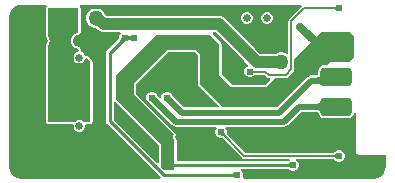
<source format=gbl>
G04*
G04 #@! TF.GenerationSoftware,Altium Limited,Altium Designer,22.3.1 (43)*
G04*
G04 Layer_Physical_Order=2*
G04 Layer_Color=15428901*
%FSLAX25Y25*%
%MOIN*%
G70*
G04*
G04 #@! TF.SameCoordinates,9C32C5B8-EF8F-45BB-929C-AB9431649599*
G04*
G04*
G04 #@! TF.FilePolarity,Positive*
G04*
G01*
G75*
%ADD10C,0.01000*%
%ADD17C,0.00600*%
G04:AMPARAMS|DCode=29|XSize=62.99mil|YSize=106.3mil|CornerRadius=15.75mil|HoleSize=0mil|Usage=FLASHONLY|Rotation=270.000|XOffset=0mil|YOffset=0mil|HoleType=Round|Shape=RoundedRectangle|*
%AMROUNDEDRECTD29*
21,1,0.06299,0.07480,0,0,270.0*
21,1,0.03150,0.10630,0,0,270.0*
1,1,0.03150,-0.03740,-0.01575*
1,1,0.03150,-0.03740,0.01575*
1,1,0.03150,0.03740,0.01575*
1,1,0.03150,0.03740,-0.01575*
%
%ADD29ROUNDEDRECTD29*%
%ADD52C,0.04000*%
%ADD53C,0.02500*%
%ADD54C,0.02000*%
%ADD58C,0.02559*%
%ADD59O,0.06299X0.03937*%
%ADD60O,0.08268X0.03937*%
%ADD61C,0.02400*%
%ADD62C,0.05000*%
G36*
X110143Y56960D02*
X110038Y57063D01*
X109828Y57235D01*
X109725Y57306D01*
X109622Y57365D01*
X109520Y57414D01*
X109418Y57451D01*
X109318Y57478D01*
X109218Y57495D01*
X109118Y57500D01*
Y58100D01*
X109218Y58105D01*
X109318Y58122D01*
X109418Y58149D01*
X109520Y58186D01*
X109622Y58235D01*
X109725Y58294D01*
X109828Y58365D01*
X109933Y58446D01*
X110038Y58537D01*
X110143Y58640D01*
Y56960D01*
D02*
G37*
G36*
X41643Y47160D02*
X41574Y47225D01*
X41498Y47282D01*
X41417Y47333D01*
X41330Y47378D01*
X41238Y47415D01*
X41140Y47446D01*
X41036Y47469D01*
X41000Y47475D01*
X40964Y47469D01*
X40860Y47446D01*
X40762Y47415D01*
X40670Y47378D01*
X40583Y47333D01*
X40502Y47282D01*
X40426Y47225D01*
X40357Y47160D01*
Y48840D01*
X40426Y48775D01*
X40502Y48718D01*
X40583Y48667D01*
X40670Y48622D01*
X40762Y48585D01*
X40860Y48554D01*
X40964Y48531D01*
X41000Y48525D01*
X41036Y48531D01*
X41140Y48554D01*
X41238Y48585D01*
X41330Y48622D01*
X41417Y48667D01*
X41498Y48718D01*
X41574Y48775D01*
X41643Y48840D01*
Y47160D01*
D02*
G37*
G36*
X39488Y46800D02*
X39393Y46797D01*
X39299Y46784D01*
X39206Y46763D01*
X39113Y46733D01*
X39021Y46694D01*
X38930Y46646D01*
X38840Y46589D01*
X38750Y46524D01*
X38661Y46449D01*
X38573Y46366D01*
X37866Y47073D01*
X37949Y47161D01*
X38024Y47250D01*
X38089Y47340D01*
X38146Y47430D01*
X38194Y47521D01*
X38233Y47613D01*
X38263Y47706D01*
X38284Y47799D01*
X38297Y47893D01*
X38300Y47988D01*
X39488Y46800D01*
D02*
G37*
G36*
X5000Y58980D02*
X13307D01*
X13451Y58617D01*
X13479Y58480D01*
X13341Y58273D01*
X13286Y58000D01*
Y48492D01*
X13305Y48400D01*
X13311Y48307D01*
X13331Y48265D01*
X13341Y48219D01*
X13393Y48141D01*
X13434Y48057D01*
X13467Y48013D01*
X13664Y47538D01*
X13732Y47028D01*
X13664Y46517D01*
X13467Y46042D01*
X13434Y45998D01*
X13393Y45914D01*
X13341Y45837D01*
X13331Y45790D01*
X13311Y45748D01*
X13305Y45655D01*
X13286Y45564D01*
Y20000D01*
X13341Y19727D01*
X13495Y19495D01*
X13727Y19341D01*
X14000Y19286D01*
X22198D01*
X22379Y19016D01*
Y18228D01*
X22680Y17501D01*
X23237Y16944D01*
X23965Y16643D01*
X24752D01*
X25480Y16944D01*
X26036Y17501D01*
X26338Y18228D01*
Y19016D01*
X26518Y19286D01*
X28000D01*
X28273Y19341D01*
X28505Y19495D01*
X28659Y19727D01*
X28714Y20000D01*
Y40000D01*
X28659Y40273D01*
X28505Y40505D01*
X27304Y41705D01*
X27073Y41860D01*
X26800Y41914D01*
X26527Y41860D01*
X26255Y41972D01*
X26036Y42499D01*
X25480Y43056D01*
X24953Y43274D01*
X24840Y43546D01*
X24894Y43819D01*
X24840Y44093D01*
X24714Y44282D01*
Y44357D01*
X24696Y44449D01*
X24689Y44542D01*
X24669Y44584D01*
X24659Y44630D01*
X24608Y44708D01*
X24566Y44792D01*
X24531Y44823D01*
X24505Y44862D01*
X24427Y44914D01*
X24357Y44975D01*
X24312Y44991D01*
X24273Y45017D01*
X24182Y45035D01*
X24093Y45065D01*
X23651Y45123D01*
X23176Y45320D01*
X22767Y45633D01*
X22454Y46042D01*
X22257Y46517D01*
X22190Y47028D01*
X22257Y47538D01*
X22454Y48013D01*
X22767Y48422D01*
X23176Y48735D01*
X23651Y48932D01*
X24093Y48990D01*
X24182Y49020D01*
X24273Y49038D01*
X24312Y49065D01*
X24357Y49080D01*
X24427Y49141D01*
X24505Y49193D01*
X24531Y49232D01*
X24566Y49263D01*
X24608Y49347D01*
X24659Y49425D01*
X24669Y49471D01*
X24689Y49513D01*
X24696Y49606D01*
X24714Y49698D01*
Y58000D01*
X24659Y58273D01*
X24521Y58480D01*
X24549Y58617D01*
X24693Y58980D01*
X98367D01*
X98519Y58651D01*
X98539Y58480D01*
X94279Y54221D01*
X94058Y53890D01*
X93980Y53500D01*
Y42698D01*
X93519Y42507D01*
X93465Y42561D01*
X92735Y42982D01*
X91921Y43200D01*
X91079D01*
X90265Y42982D01*
X89777Y42700D01*
X86736Y42660D01*
X84569D01*
X83023Y44205D01*
X83023Y44205D01*
X72802Y54426D01*
X72238Y54858D01*
X71582Y55130D01*
X70877Y55223D01*
X33628D01*
X32926Y55926D01*
X32560Y56206D01*
X32411Y56465D01*
X31815Y57061D01*
X31085Y57482D01*
X30271Y57700D01*
X29429D01*
X28615Y57482D01*
X27885Y57061D01*
X27289Y56465D01*
X26868Y55735D01*
X26650Y54921D01*
Y54079D01*
X26868Y53265D01*
X27289Y52535D01*
X27885Y51939D01*
X28615Y51518D01*
X29429Y51300D01*
X29849D01*
X30574Y50574D01*
X31138Y50142D01*
X31795Y49869D01*
X32500Y49777D01*
X37883D01*
X38090Y49277D01*
X37889Y49076D01*
X37600Y48378D01*
Y48070D01*
X37587Y48014D01*
X37585Y47953D01*
X37581Y47925D01*
X37574Y47896D01*
X37564Y47863D01*
X37548Y47827D01*
X37527Y47786D01*
X37498Y47741D01*
X37466Y47696D01*
X33635Y43865D01*
X33370Y43468D01*
X33277Y43000D01*
Y20179D01*
X33370Y19711D01*
X33635Y19314D01*
X51429Y1520D01*
X51222Y1020D01*
X5000D01*
X4989Y1017D01*
X3969Y1152D01*
X3008Y1550D01*
X2183Y2183D01*
X1550Y3008D01*
X1152Y3969D01*
X1017Y4989D01*
X1020Y5000D01*
Y55000D01*
X1017Y55011D01*
X1152Y56031D01*
X1550Y56992D01*
X2183Y57817D01*
X3008Y58450D01*
X3969Y58848D01*
X4989Y58983D01*
X5000Y58980D01*
D02*
G37*
G36*
X79172Y40354D02*
X80495Y39031D01*
X80378Y38441D01*
X80079Y38317D01*
X79544Y37782D01*
X79255Y37084D01*
Y36328D01*
X79544Y35630D01*
X80079Y35095D01*
X80777Y34806D01*
X81533D01*
X82231Y35095D01*
X82766Y35630D01*
X82789Y35687D01*
X85871D01*
X86779Y34779D01*
X87110Y34558D01*
X87500Y34480D01*
X87818D01*
X88009Y34018D01*
X86204Y32214D01*
X75296D01*
X71714Y35796D01*
Y46000D01*
X71659Y46273D01*
X71505Y46505D01*
X68733Y49277D01*
X68940Y49777D01*
X69749D01*
X79172Y40354D01*
D02*
G37*
G36*
X105472Y32060D02*
X105299Y32179D01*
X105107Y32285D01*
X104896Y32379D01*
X104665Y32460D01*
X104415Y32529D01*
X104146Y32585D01*
X103857Y32629D01*
X103222Y32679D01*
X102875Y32685D01*
X102683Y34685D01*
X103104Y34695D01*
X103476Y34725D01*
X103800Y34775D01*
X104074Y34845D01*
X104300Y34935D01*
X104476Y35045D01*
X104604Y35175D01*
X104684Y35325D01*
X104714Y35495D01*
X104696Y35685D01*
X105472Y32060D01*
D02*
G37*
G36*
X116000Y48500D02*
Y41500D01*
X114500Y40000D01*
X108000Y40000D01*
X106894Y38894D01*
X106260D01*
X105372Y38718D01*
X104620Y38215D01*
X104117Y37462D01*
X103940Y36575D01*
Y35941D01*
X103442Y35442D01*
X103393Y35434D01*
X103195Y35418D01*
X101685D01*
X101022Y35286D01*
X100459Y34911D01*
X90282Y24733D01*
X72267D01*
X64500Y32500D01*
Y42500D01*
X63000Y44000D01*
X53500D01*
X42500Y33000D01*
Y29000D01*
X55753Y15747D01*
X55600Y15378D01*
Y14622D01*
X55889Y13924D01*
X56000Y13813D01*
Y4000D01*
X52410D01*
X51500Y4910D01*
Y12500D01*
X36500Y27500D01*
Y35500D01*
X50000Y49000D01*
X68000D01*
X71000Y46000D01*
Y35500D01*
X75000Y31500D01*
X86500D01*
X89480Y34480D01*
X93058D01*
X93448Y34558D01*
X93779Y34779D01*
X95721Y36721D01*
X95942Y37052D01*
X96020Y37442D01*
Y41020D01*
X105000Y50000D01*
X114500D01*
X116000Y48500D01*
D02*
G37*
G36*
X63786Y42204D02*
Y32500D01*
X63841Y32227D01*
X63995Y31995D01*
X70795Y25195D01*
X70604Y24733D01*
X59218D01*
X55277Y28674D01*
X55111Y29076D01*
X54576Y29611D01*
X53878Y29900D01*
X53122D01*
X52424Y29611D01*
X51889Y29076D01*
X51600Y28378D01*
Y28058D01*
X51100Y27851D01*
X50277Y28674D01*
X50111Y29076D01*
X49576Y29611D01*
X48878Y29900D01*
X48122D01*
X47424Y29611D01*
X46889Y29076D01*
X46600Y28378D01*
Y27622D01*
X46889Y26924D01*
X47424Y26389D01*
X47826Y26223D01*
X55274Y18774D01*
X55837Y18399D01*
X56500Y18267D01*
X69873D01*
X70080Y17767D01*
X69889Y17576D01*
X69600Y16878D01*
Y16122D01*
X69889Y15424D01*
X70424Y14889D01*
X71122Y14600D01*
X71438D01*
X71502Y14586D01*
X71631Y14585D01*
X71730Y14578D01*
X71818Y14567D01*
X71892Y14553D01*
X71955Y14536D01*
X72005Y14518D01*
X72044Y14500D01*
X72074Y14483D01*
X72078Y14480D01*
X78654Y7904D01*
X78985Y7683D01*
X79375Y7605D01*
X94311D01*
X94418Y7136D01*
X94418Y7105D01*
X94206Y6893D01*
X94157Y6863D01*
X94112Y6821D01*
X94090Y6804D01*
X94064Y6788D01*
X94034Y6773D01*
X93998Y6758D01*
X93954Y6744D01*
X93901Y6732D01*
X93846Y6724D01*
X56714D01*
Y13813D01*
X56659Y14086D01*
X56505Y14318D01*
X56494Y14328D01*
X56314Y14764D01*
Y15236D01*
X56412Y15474D01*
X56467Y15747D01*
X56412Y16020D01*
X56258Y16252D01*
X43214Y29296D01*
Y32704D01*
X53796Y43286D01*
X62704D01*
X63786Y42204D01*
D02*
G37*
G36*
X104755Y23005D02*
X104735Y23194D01*
X104673Y23363D01*
X104569Y23512D01*
X104424Y23642D01*
X104237Y23751D01*
X104010Y23841D01*
X103740Y23910D01*
X103429Y23960D01*
X103077Y23990D01*
X102683Y24000D01*
Y26000D01*
X103077Y26010D01*
X103429Y26040D01*
X103740Y26090D01*
X104010Y26159D01*
X104237Y26249D01*
X104424Y26358D01*
X104569Y26488D01*
X104673Y26637D01*
X104735Y26806D01*
X104755Y26995D01*
Y23005D01*
D02*
G37*
G36*
X24000Y49698D02*
X23465Y49627D01*
X22816Y49358D01*
X22258Y48931D01*
X21831Y48373D01*
X21562Y47724D01*
X21470Y47028D01*
X21562Y46331D01*
X21831Y45682D01*
X22258Y45124D01*
X22816Y44697D01*
X23465Y44428D01*
X24000Y44357D01*
Y44000D01*
X24181Y43819D01*
X23989Y43358D01*
X23965D01*
X23237Y43056D01*
X22680Y42499D01*
X22379Y41772D01*
Y40984D01*
X22680Y40257D01*
X23237Y39700D01*
X23965Y39398D01*
X24752D01*
X25480Y39700D01*
X26036Y40257D01*
X26338Y40984D01*
Y41009D01*
X26800Y41200D01*
X28000Y40000D01*
Y20000D01*
X25780D01*
X25480Y20300D01*
X24752Y20602D01*
X23965D01*
X23237Y20300D01*
X22937Y20000D01*
X14000D01*
Y45564D01*
X14091Y45682D01*
X14360Y46331D01*
X14451Y47028D01*
X14360Y47724D01*
X14091Y48373D01*
X14000Y48492D01*
Y58000D01*
X24000D01*
Y49698D01*
D02*
G37*
G36*
X72702Y16341D02*
X72728Y16071D01*
X72751Y15948D01*
X72782Y15833D01*
X72820Y15727D01*
X72865Y15628D01*
X72917Y15538D01*
X72976Y15456D01*
X73043Y15381D01*
X72619Y14957D01*
X72544Y15024D01*
X72462Y15083D01*
X72372Y15135D01*
X72273Y15180D01*
X72167Y15218D01*
X72052Y15249D01*
X71929Y15272D01*
X71798Y15289D01*
X71659Y15298D01*
X71512Y15300D01*
X72700Y16488D01*
X72702Y16341D01*
D02*
G37*
G36*
X109932Y7771D02*
X109832Y7876D01*
X109732Y7971D01*
X109632Y8054D01*
X109532Y8126D01*
X109432Y8186D01*
X109331Y8236D01*
X109231Y8275D01*
X109131Y8303D01*
X109030Y8319D01*
X108929Y8325D01*
X108955Y8925D01*
X109054Y8930D01*
X109153Y8946D01*
X109254Y8972D01*
X109357Y9009D01*
X109461Y9056D01*
X109566Y9114D01*
X109673Y9182D01*
X109781Y9261D01*
X109891Y9350D01*
X110002Y9450D01*
X109932Y7771D01*
D02*
G37*
G36*
X103343Y23251D02*
X103594Y23211D01*
X103789Y23161D01*
X103924Y23107D01*
X104002Y23062D01*
X104015Y23050D01*
X104117Y22538D01*
X104620Y21785D01*
X105372Y21282D01*
X106260Y21106D01*
X113740D01*
X114628Y21282D01*
X115380Y21785D01*
X115883Y22538D01*
X115980Y23027D01*
X116480Y22978D01*
Y10000D01*
X116558Y9610D01*
X116779Y9279D01*
X117110Y9058D01*
X117500Y8980D01*
X126480D01*
Y5000D01*
X126483Y4989D01*
X126348Y3969D01*
X125950Y3008D01*
X125317Y2183D01*
X124492Y1550D01*
X123531Y1152D01*
X122511Y1017D01*
X122500Y1020D01*
X79109D01*
X78775Y1520D01*
X78900Y1822D01*
Y2578D01*
X78611Y3276D01*
X78110Y3777D01*
X78126Y3938D01*
X78258Y4276D01*
X93846D01*
X93901Y4268D01*
X93954Y4256D01*
X93998Y4242D01*
X94034Y4228D01*
X94064Y4212D01*
X94090Y4196D01*
X94112Y4179D01*
X94157Y4137D01*
X94206Y4107D01*
X94424Y3889D01*
X95122Y3600D01*
X95878D01*
X96576Y3889D01*
X97111Y4424D01*
X97400Y5122D01*
Y5878D01*
X97111Y6576D01*
X96582Y7105D01*
X96582Y7136D01*
X96689Y7605D01*
X108973D01*
X108977Y7605D01*
X109007Y7597D01*
X109043Y7582D01*
X109087Y7561D01*
X109137Y7530D01*
X109195Y7489D01*
X109259Y7436D01*
X109328Y7371D01*
X109414Y7280D01*
X109471Y7240D01*
X109747Y6964D01*
X110445Y6675D01*
X111201D01*
X111899Y6964D01*
X112434Y7498D01*
X112723Y8197D01*
Y8952D01*
X112434Y9651D01*
X111899Y10185D01*
X111201Y10475D01*
X110445D01*
X109747Y10185D01*
X109567Y10006D01*
X109526Y9981D01*
X109427Y9893D01*
X109346Y9827D01*
X109271Y9772D01*
X109202Y9728D01*
X109141Y9695D01*
X109088Y9671D01*
X109044Y9655D01*
X109007Y9646D01*
X109002Y9645D01*
X79797D01*
X73520Y15922D01*
X73517Y15926D01*
X73500Y15956D01*
X73482Y15995D01*
X73464Y16045D01*
X73447Y16108D01*
X73435Y16172D01*
X73415Y16380D01*
X73414Y16498D01*
X73400Y16562D01*
Y16878D01*
X73111Y17576D01*
X72920Y17767D01*
X73127Y18267D01*
X92500D01*
X93163Y18399D01*
X93726Y18774D01*
X98218Y23267D01*
X103161D01*
X103343Y23251D01*
D02*
G37*
G36*
X50786Y12204D02*
Y6277D01*
X50324Y6085D01*
X35724Y20686D01*
Y26560D01*
X36224Y26767D01*
X50786Y12204D01*
D02*
G37*
G36*
X94643Y4660D02*
X94573Y4725D01*
X94498Y4782D01*
X94417Y4833D01*
X94330Y4878D01*
X94238Y4915D01*
X94140Y4946D01*
X94036Y4969D01*
X93926Y4986D01*
X93810Y4997D01*
X93689Y5000D01*
Y6000D01*
X93810Y6003D01*
X93926Y6014D01*
X94036Y6031D01*
X94140Y6054D01*
X94238Y6085D01*
X94330Y6122D01*
X94417Y6167D01*
X94498Y6218D01*
X94573Y6275D01*
X94643Y6340D01*
Y4660D01*
D02*
G37*
G36*
X76143Y1360D02*
X76073Y1425D01*
X75998Y1482D01*
X75917Y1533D01*
X75830Y1578D01*
X75738Y1615D01*
X75640Y1646D01*
X75536Y1669D01*
X75426Y1686D01*
X75310Y1697D01*
X75189Y1700D01*
Y2700D01*
X75310Y2703D01*
X75426Y2714D01*
X75536Y2731D01*
X75640Y2754D01*
X75738Y2785D01*
X75830Y2822D01*
X75917Y2867D01*
X75998Y2918D01*
X76073Y2975D01*
X76143Y3040D01*
Y1360D01*
D02*
G37*
%LPC*%
G36*
X87240Y56513D02*
X86453D01*
X85725Y56212D01*
X85168Y55655D01*
X84867Y54927D01*
Y54140D01*
X85168Y53412D01*
X85725Y52855D01*
X86453Y52554D01*
X87240D01*
X87968Y52855D01*
X88525Y53412D01*
X88826Y54140D01*
Y54927D01*
X88525Y55655D01*
X87968Y56212D01*
X87240Y56513D01*
D02*
G37*
G36*
X80547D02*
X79760D01*
X79032Y56212D01*
X78475Y55655D01*
X78174Y54927D01*
Y54140D01*
X78475Y53412D01*
X79032Y52855D01*
X79760Y52554D01*
X80547D01*
X81275Y52855D01*
X81832Y53412D01*
X82133Y54140D01*
Y54927D01*
X81832Y55655D01*
X81275Y56212D01*
X80547Y56513D01*
D02*
G37*
%LPD*%
D10*
X52479Y2200D02*
X77000D01*
X34500Y20179D02*
X52479Y2200D01*
X53500Y5500D02*
X95500D01*
X34500Y43000D02*
X39500Y48000D01*
X34500Y20179D02*
Y43000D01*
X39500Y48000D02*
X42500D01*
D17*
X93058Y35500D02*
X95000Y37442D01*
X87500Y35500D02*
X93058D01*
X95000Y37442D02*
Y53500D01*
X86294Y36706D02*
X87500Y35500D01*
X81155Y36706D02*
X86294D01*
X99300Y57800D02*
X111000D01*
X95000Y53500D02*
X99300Y57800D01*
X79375Y8625D02*
X110773D01*
X71500Y16500D02*
X79375Y8625D01*
X110773D02*
X110823Y8575D01*
D29*
X110000Y45000D02*
D03*
Y35000D02*
D03*
Y25000D02*
D03*
Y15000D02*
D03*
D52*
X81097Y42279D02*
X83440Y39936D01*
X70877Y52500D02*
X81097Y42279D01*
X83440Y39936D02*
X86754D01*
X91500Y40000D01*
X30350Y54000D02*
X31000D01*
X32500Y52500D02*
X70877D01*
X29850Y54500D02*
X30350Y54000D01*
X31000D02*
X32500Y52500D01*
D53*
X108748Y46251D02*
X109918Y45082D01*
X98036Y51622D02*
X103406Y46251D01*
X108748D01*
D54*
X53500Y28000D02*
X58500Y23000D01*
X91000D01*
X48500Y28000D02*
X56500Y20000D01*
X92500D01*
X97500Y25000D02*
X110000D01*
X92500Y20000D02*
X97500Y25000D01*
X108685Y33685D02*
X110000Y35000D01*
X101685Y33685D02*
X108685D01*
X91000Y23000D02*
X101685Y33685D01*
D58*
X80154Y54533D02*
D03*
X86847D02*
D03*
X24358Y41378D02*
D03*
Y18622D02*
D03*
D59*
X10579Y12972D02*
D03*
Y47028D02*
D03*
D60*
X26327Y12972D02*
D03*
Y47028D02*
D03*
D61*
X7500Y35000D02*
D03*
Y27500D02*
D03*
X16000Y32000D02*
D03*
X20000Y36000D02*
D03*
X111000Y57800D02*
D03*
X77000Y2200D02*
D03*
X57500Y15000D02*
D03*
X30000Y5000D02*
D03*
X62500Y37500D02*
D03*
X52500D02*
D03*
X32500Y47500D02*
D03*
X65000Y57500D02*
D03*
X47500D02*
D03*
X37500D02*
D03*
X82500Y47500D02*
D03*
X85000Y45000D02*
D03*
X75000Y40000D02*
D03*
Y37500D02*
D03*
X97500Y20000D02*
D03*
X102500D02*
D03*
X77500Y15000D02*
D03*
X67500D02*
D03*
X62500D02*
D03*
X92500Y2500D02*
D03*
X82500D02*
D03*
X35000Y7500D02*
D03*
X42500Y17500D02*
D03*
X40000Y20000D02*
D03*
X7500D02*
D03*
Y55000D02*
D03*
X16000Y40000D02*
D03*
Y48000D02*
D03*
Y56000D02*
D03*
X25500Y22500D02*
D03*
X42500Y48000D02*
D03*
X39500D02*
D03*
X53500Y5500D02*
D03*
X39000Y35000D02*
D03*
X98036Y51622D02*
D03*
X81155Y36706D02*
D03*
X95500Y5500D02*
D03*
X67500Y46700D02*
D03*
X110823Y8575D02*
D03*
X53500Y28000D02*
D03*
X71500Y16500D02*
D03*
X39000Y27500D02*
D03*
X61664Y47230D02*
D03*
X48500Y28000D02*
D03*
D62*
X91500Y40000D02*
D03*
X29850Y54500D02*
D03*
M02*

</source>
